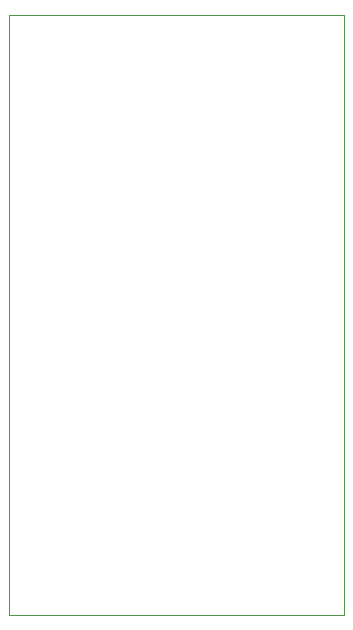
<source format=gbr>
%TF.GenerationSoftware,KiCad,Pcbnew,8.0.6-8.0.6-0~ubuntu24.04.1*%
%TF.CreationDate,2024-10-21T11:40:19+11:00*%
%TF.ProjectId,PCB-Receiver,5043422d-5265-4636-9569-7665722e6b69,rev?*%
%TF.SameCoordinates,Original*%
%TF.FileFunction,Profile,NP*%
%FSLAX46Y46*%
G04 Gerber Fmt 4.6, Leading zero omitted, Abs format (unit mm)*
G04 Created by KiCad (PCBNEW 8.0.6-8.0.6-0~ubuntu24.04.1) date 2024-10-21 11:40:19*
%MOMM*%
%LPD*%
G01*
G04 APERTURE LIST*
%TA.AperFunction,Profile*%
%ADD10C,0.050000*%
%TD*%
G04 APERTURE END LIST*
D10*
X72000000Y-29000000D02*
X100400000Y-29000000D01*
X100400000Y-79800000D01*
X72000000Y-79800000D01*
X72000000Y-29000000D01*
M02*

</source>
